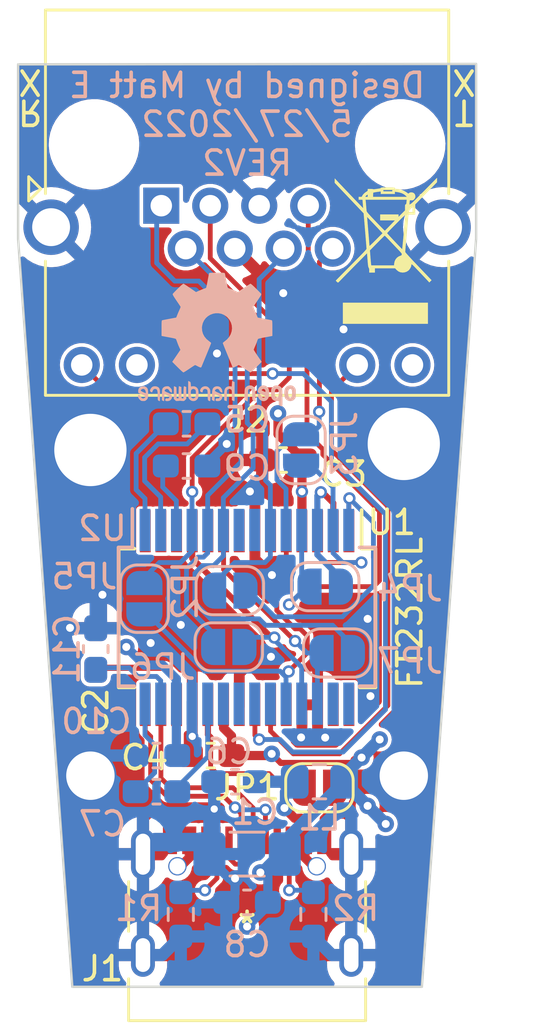
<source format=kicad_pcb>
(kicad_pcb (version 20211014) (generator pcbnew)
  (title_block (title "USB-C to RS232 RJ45 Adapter") (date "2022-05-27") (rev "2"))
  (layers (0 "F.Cu" signal) (1 "In1.Cu" signal) (2 "In2.Cu" signal) (31 "B.Cu" signal) (34 "B.Paste" user) (35 "F.Paste" user) (36 "B.SilkS" user "B.Silkscreen") (37 "F.SilkS" user "F.Silkscreen") (38 "B.Mask" user) (39 "F.Mask" user) (44 "Edge.Cuts" user))
  (net 0 "")
  (net 1 "+5V")
  (net 2 "GND")
  (net 3 "Net-(U1-Pad17)")
  (net 4 "Net-(U2-Pad1)")
  (net 5 "Net-(U2-Pad2)")
  (net 6 "VBUS")
  (net 7 "Net-(U2-Pad28)")
  (net 8 "Net-(U2-Pad24)")
  (net 9 "Net-(U2-Pad3)")
  (net 10 "Net-(U2-Pad27)")
  (net 11 "Net-(J1-PadA5)")
  (net 12 "USB_P")
  (net 13 "USB_N")
  (net 15 "Net-(J1-PadB5)")
  (net 17 "CTS_EXT")
  (net 18 "RXD_EXT")
  (net 19 "DTR_EXT")
  (net 20 "DCR_EXT")
  (net 21 "TXD_EXT")
  (net 22 "RTS_EXT")
  (net 23 "RXLED#")
  (net 24 "TXLED#")
  (net 25 "Net-(U1-Pad19)")
  (net 26 "TXD")
  (net 27 "RTS")
  (net 28 "DTR")
  (net 29 "RXD")
  (net 30 "CTS")
  (net 31 "DCR")
  (net 34 "SLEEP#")
  (net 36 "PWREN#")
  (footprint "Capacitor_SMD:C_0603_1608Metric_Pad1.08x0.95mm_HandSolder" (layer "F.Cu") (at 137.268119 109.572504 180)
    (fp_text reference "C3")
    (fp_text value "100nF")
  )
  (footprint "Capacitor_SMD:C_0603_1608Metric_Pad1.08x0.95mm_HandSolder" (layer "F.Cu") (at 134.268119 121.822504 180)
    (fp_text reference "C4")
    (fp_text value "100nF")
  )
  (footprint "Connector_RJ:RJ45_Amphenol_RJHSE538X" (layer "F.Cu") (at 132.218119 99.032872)
    (fp_text reference "J2")
    (fp_text value "RJ45_LED_Shielded")
  )
  (footprint "Package_SO:SSOP-28_5.3x10.2mm_P0.65mm" (layer "F.Cu") (at 135.778119 116.122504 -90)
    (fp_text reference "U1")
    (fp_text value "FT232RL")
  )
  (footprint "Symbol:WEEE-Logo_4.2x6mm_SilkScreen" (layer "F.Cu") (at 141.528119 100.907872)
    (fp_text reference "REF**" hide)
    (fp_text value "WEEE-Logo_4.2x6mm_SilkScreen" hide)
  )
  (footprint "Personal:USB4105-GF-A" (layer "F.Cu") (at 135.778119 128.822504)
    (fp_text reference "J1")
    (fp_text value "USB4105-GF-A" hide)
  )
  (footprint "Capacitor_SMD:C_0603_1608Metric_Pad1.08x0.95mm_HandSolder" (layer "F.Cu") (at 129.5 117.407872 -90)
    (fp_text reference "C2")
    (fp_text value "100nF")
  )
  (footprint "Jumper:SolderJumper-2_P1.3mm_Open_RoundedPad1.0x1.5mm" (layer "F.Cu") (at 138.778119 123.157872 180)
    (fp_text reference "JP1")
    (fp_text value "SolderJumper_2_Open")
  )
  (footprint "Jumper:SolderJumper-2_P1.3mm_Open_RoundedPad1.0x1.5mm" (layer "B.Cu") (at 139.518119 117.572504)
    (fp_text reference "JP7")
    (fp_text value "SolderJumper_2_Open")
  )
  (footprint "Resistor_SMD:R_0603_1608Metric_Pad0.98x0.95mm_HandSolder" (layer "B.Cu") (at 133.028119 128.407872 -90)
    (fp_text reference "R1")
    (fp_text value "4.7K")
  )
  (footprint "Capacitor_SMD:C_0603_1608Metric_Pad1.08x0.95mm_HandSolder" (layer "B.Cu") (at 133.268119 108.072504)
    (fp_text reference "C5")
    (fp_text value "100nF")
  )
  (footprint "Symbol:OSHW-Logo2_7.3x6mm_SilkScreen" (layer "B.Cu") (at 134.528118 104.574666 180)
    (fp_text reference "REF**" hide)
    (fp_text value "OSHW-Logo2_7.3x6mm_SilkScreen" hide)
  )
  (footprint "Capacitor_SMD:C_1206_3216Metric_Pad1.33x1.80mm_HandSolder" (layer "B.Cu") (at 135.778119 125.907872 180)
    (fp_text reference "C1")
    (fp_text value "4.7uF")
  )
  (footprint "Capacitor_SMD:C_0603_1608Metric_Pad1.08x0.95mm_HandSolder" (layer "B.Cu") (at 135.778119 127.907872 180)
    (fp_text reference "C8")
    (fp_text value "100nF")
  )
  (footprint "Capacitor_SMD:C_0603_1608Metric_Pad1.08x0.95mm_HandSolder" (layer "B.Cu") (at 133.268119 109.822504)
    (fp_text reference "C9")
    (fp_text value "100nF")
  )
  (footprint "Inductor_SMD:L_0805_2012Metric_Pad1.15x1.40mm_HandSolder" (layer "B.Cu") (at 138.778119 122.907872)
    (fp_text reference "L1")
    (fp_text value "L")
  )
  (footprint "Jumper:SolderJumper-2_P1.3mm_Open_RoundedPad1.0x1.5mm" (layer "B.Cu") (at 135.018119 117.322504 180)
    (fp_text reference "JP6")
    (fp_text value "SolderJumper_2_Open")
  )
  (footprint "Jumper:SolderJumper-2_P1.3mm_Open_RoundedPad1.0x1.5mm" (layer "B.Cu") (at 131.518119 115.322504 90)
    (fp_text reference "JP5")
    (fp_text value "SolderJumper_2_Open")
  )
  (footprint "Jumper:SolderJumper-2_P1.3mm_Open_RoundedPad1.0x1.5mm" (layer "B.Cu") (at 138.018119 109.157872 90)
    (fp_text reference "JP3")
    (fp_text value "SolderJumper_2_Open")
  )
  (footprint "Jumper:SolderJumper-2_P1.3mm_Open_RoundedPad1.0x1.5mm" (layer "B.Cu") (at 139.018119 114.822504 180)
    (fp_text reference "JP4")
    (fp_text value "SolderJumper_2_Open")
  )
  (footprint "Capacitor_SMD:C_0603_1608Metric_Pad1.08x0.95mm_HandSolder" (layer "B.Cu") (at 132.018119 121.822504 180)
    (fp_text reference "C10")
    (fp_text value "100nF")
  )
  (footprint "Capacitor_SMD:C_0603_1608Metric_Pad1.08x0.95mm_HandSolder" (layer "B.Cu") (at 132.018119 123.322504)
    (fp_text reference "C7")
    (fp_text value "100nF")
  )
  (footprint "Capacitor_SMD:C_0603_1608Metric_Pad1.08x0.95mm_HandSolder" (layer "B.Cu") (at 135.278119 122.907872 180)
    (fp_text reference "C6")
    (fp_text value "10nf")
  )
  (footprint "Package_SO:SSOP-28_5.3x10.2mm_P0.65mm" (layer "B.Cu") (at 135.768119 116.072504 -90)
    (fp_text reference "U2")
    (fp_text value "MAX3243CDBR")
  )
  (footprint "Resistor_SMD:R_0603_1608Metric_Pad0.98x0.95mm_HandSolder" (layer "B.Cu") (at 138.528119 128.407872 -90)
    (fp_text reference "R2")
    (fp_text value "4.7K")
  )
  (footprint "Capacitor_SMD:C_0603_1608Metric_Pad1.08x0.95mm_HandSolder" (layer "B.Cu") (at 129.5 117.407872 90)
    (fp_text reference "C11")
    (fp_text value "100nF")
  )
  (footprint "Jumper:SolderJumper-2_P1.3mm_Open_RoundedPad1.0x1.5mm" (layer "B.Cu") (at 135.061867 114.987136 180)
    (fp_text reference "JP2")
    (fp_text value "SolderJumper_2_Open")
  )
  (gr_poly (pts (xy 145.278119 100.407872) (xy 143.028119 131.407872) (xy 128.528119 131.407872) (xy 126.278119 100.407872) (xy 126.279405 93.175836) (xy 145.278119 93.157872)) (layer "Edge.Cuts") (width 0.1) (fill none))
  (gr_text "Designed by Matt E\n5/27/2022\nREV2" (at 135.778119 95.657872) (layer "B.SilkS") (effects (font (size 1 1)) (justify mirror)))
  (gr_text "X" (at 144.778119 93.907872 180) (layer "F.SilkS") (effects (font (size 1 1)) (justify mirror)))
  (gr_text "X" (at 126.778119 93.907872 180) (layer "F.SilkS") (effects (font (size 1 1)) (justify mirror)))
  (gr_text "FT232RL" (at 142.528119 115.907872 90) (layer "F.SilkS") (effects (font (size 1 1))))
  (gr_text "T" (at 144.778119 95.157872 180) (layer "F.SilkS") (effects (font (size 1 1)) (justify mirror)))
  (gr_text "R" (at 126.778119 95.157872 180) (layer "F.SilkS") (effects (font (size 1 1)) (justify mirror)))
  (segment (start 140.148214 122.128952) (end 137.175447 122.128952) (width 0.254) (layer "F.Cu") (net 1))
  (segment (start 137.175447 122.128952) (end 136.799167 121.752672) (width 0.254) (layer "F.Cu") (net 1))
  (segment (start 140.250886 122.02628) (end 140.148214 122.128952) (width 0.254) (layer "F.Cu") (net 1))
  (segment (start 140.528119 121.907872) (end 139.428119 123.007872) (width 0.2) (layer "F.Cu") (net 1))
  (segment (start 135.130619 121.010372) (end 135.130619 121.822504) (width 0.381) (layer "F.Cu") (net 1))
  (segment (start 138.053119 109.650004) (end 138.053119 110.882872) (width 0.381) (layer "F.Cu") (net 1))
  (segment (start 134.803119 120.682872) (end 135.130619 121.010372) (width 0.381) (layer "F.Cu") (net 1))
  (segment (start 138.053119 110.882872) (end 138.053119 112.522504) (width 0.381) (layer "F.Cu") (net 1))
  (segment (start 136.799167 121.752672) (end 136.729335 121.822504) (width 0.381) (layer "F.Cu") (net 1))
  (segment (start 134.803119 119.722504) (end 134.803119 120.682872) (width 0.381) (layer "F.Cu") (net 1))
  (segment (start 138.028119 110.907872) (end 138.053119 110.882872) (width 0.254) (layer "F.Cu") (net 1))
  (segment (start 138.130619 109.572504) (end 138.053119 109.650004) (width 0.381) (layer "F.Cu") (net 1))
  (segment (start 139.428119 123.007872) (end 139.428119 123.157872) (width 0.2) (layer "F.Cu") (net 1))
  (segment (start 140.409711 122.02628) (end 140.250886 122.02628) (width 0.381) (layer "F.Cu") (net 1))
  (segment (start 137.060125 107.641869) (end 137.060125 108.50201) (width 0.381) (layer "F.Cu") (net 1))
  (segment (start 137.060125 108.50201) (end 138.130619 109.572504) (width 0.381) (layer "F.Cu") (net 1))
  (segment (start 136.729335 121.822504) (end 135.130619 121.822504) (width 0.381) (layer "F.Cu") (net 1))
  (via (at 137.060125 107.641869) (size 0.6858) (drill 0.3302) (layers "F.Cu" "B.Cu") (net 1))
  (via (at 138.053119 110.882872) (size 0.508) (drill 0.29972) (layers "F.Cu" "B.Cu") (net 1))
  (via (at 136.799167 121.752672) (size 0.6858) (drill 0.3302) (layers "F.Cu" "B.Cu") (net 1))
  (via (at 135.778119 128.907872) (size 0.6858) (drill 0.3302) (layers "F.Cu" "B.Cu") (net 1))
  (via (at 130.768119 117.322504) (size 0.6858) (drill 0.3302) (layers "F.Cu" "B.Cu") (net 1))
  (via (at 141.528119 124.657872) (size 0.6858) (drill 0.3302) (layers "F.Cu" "B.Cu") (net 1))
  (via (at 140.528119 121.907872) (size 0.6858) (drill 0.3302) (layers "F.Cu" "B.Cu") (net 1))
  (via (at 136.328332 126.669504) (size 0.6858) (drill 0.3302) (layers "F.Cu" "B.Cu") (net 1))
  (via (at 140.778119 123.907872) (size 0.6858) (drill 0.3302) (layers "F.Cu" "B.Cu") (net 1))
  (via (at 141.278119 121.157872) (size 0.6858) (drill 0.3302) (layers "F.Cu" "B.Cu") (net 1))
  (segment (start 136.640619 127.907872) (end 136.640619 126.357217) (width 0.381) (layer "B.Cu") (net 1))
  (segment (start 130.768119 117.322504) (end 131.518119 118.072504) (width 0.381) (layer "B.Cu") (net 1))
  (segment (start 132.268119 118.072504) (end 132.843119 118.647504) (width 0.381) (layer "B.Cu") (net 1))
  (segment (start 139.803119 122.932872) (end 139.803119 122.907872) (width 0.508) (layer "B.Cu") (net 1))
  (segment (start 139.803119 122.632872) (end 139.803119 122.907872) (width 0.508) (layer "B.Cu") (net 1))
  (segment (start 141.528119 124.657872) (end 139.803119 122.932872) (width 0.508) (layer "B.Cu") (net 1))
  (segment (start 136.640619 126.357217) (end 137.089964 125.907872) (width 0.381) (layer "B.Cu") (net 1))
  (segment (start 137.340619 125.907872) (end 137.340619 125.370372) (width 0.381) (layer "B.Cu") (net 1))
  (segment (start 136.640619 127.907872) (end 136.640619 128.045372) (width 0.381) (layer "B.Cu") (net 1))
  (segment (start 141.278119 121.157872) (end 139.803119 122.632872) (width 0.508) (layer "B.Cu") (net 1))
  (segment (start 137.089964 125.907872) (end 136.328332 126.669504) (width 0.381) (layer "B.Cu") (net 1))
  (segment (start 132.843119 118.647504) (end 132.843119 119.672504) (width 0.381) (layer "B.Cu") (net 1))
  (segment (start 137.340619 125.907872) (end 137.089964 125.907872) (width 0.381) (layer "B.Cu") (net 1))
  (segment (start 132.843119 119.672504) (end 132.843119 121.785004) (width 0.381) (layer "B.Cu") (net 1))
  (segment (start 132.843119 121.785004) (end 132.880619 121.822504) (width 0.381) (layer "B.Cu") (net 1))
  (segment (start 136.640619 128.045372) (end 135.778119 128.907872) (width 0.381) (layer "B.Cu") (net 1))
  (segment (start 131.518119 118.072504) (end 132.268119 118.072504) (width 0.381) (layer "B.Cu") (net 1))
  (segment (start 137.340619 125.370372) (end 139.803119 122.907872) (width 0.508) (layer "B.Cu") (net 1))
  (segment (start 131.458117 124.477874) (end 131.458117 125.911704) (width 0.381) (layer "F.Cu") (net 2))
  (segment (start 131.778119 124.157872) (end 131.458117 124.477874) (width 0.381) (layer "F.Cu") (net 2))
  (segment (start 132.278119 124.157872) (end 131.778119 124.157872) (width 0.381) (layer "F.Cu") (net 2))
  (segment (start 139.870539 124.250292) (end 140.098121 124.477874) (width 0.381) (layer "F.Cu") (net 2))
  (segment (start 138.018119 121.072504) (end 138.053119 121.037504) (width 0.381) (layer "F.Cu") (net 2))
  (segment (start 139.185699 124.250292) (end 139.870539 124.250292) (width 0.381) (layer "F.Cu") (net 2))
  (segment (start 138.978119 125.336704) (end 138.978119 124.457872) (width 0.381) (layer "F.Cu") (net 2))
  (segment (start 133.504222 119.723607) (end 133.503119 119.722504) (width 0.254) (layer "F.Cu") (net 2))
  (segment (start 132.578119 124.457872) (end 132.278119 124.157872) (width 0.381) (layer "F.Cu") (net 2))
  (segment (start 133.028119 116.407872) (end 133.028119 116.657872) (width 0.381) (layer "F.Cu") (net 2))
  (segment (start 136.189999 117.729624) (end 135.453119 118.466504) (width 0.381) (layer "F.Cu") (net 2))
  (segment (start 133.504222 121.028906) (end 133.405619 121.127509) (width 0.381) (layer "F.Cu") (net 2))
  (segment (start 133.503119 119.722504) (end 133.503119 118.466504) (width 0.381) (layer "F.Cu") (net 2))
  (segment (start 136.768119 117.729624) (end 136.189999 117.729624) (width 0.381) (layer "F.Cu") (net 2))
  (segment (start 135.453119 118.466504) (end 135.453119 119.722504) (width 0.381) (layer "F.Cu") (net 2))
  (segment (start 136.405619 109.572504) (end 136.405619 110.366014) (width 0.381) (layer "F.Cu") (net 2))
  (segment (start 133.504222 121.028906) (end 133.504222 119.723607) (width 0.254) (layer "F.Cu") (net 2))
  (segment (start 140.098121 124.477874) (end 140.098121 125.911704) (width 0.381) (layer "F.Cu") (net 2))
  (segment (start 133.028119 117.991504) (end 133.028119 116.407872) (width 0.381) (layer "F.Cu") (net 2))
  (segment (start 136.103119 112.522504) (end 136.103119 113.636507) (width 0.381) (layer "F.Cu") (net 2))
  (segment (start 132.578119 125.336704) (end 132.578119 124.457872) (width 0.381) (layer "F.Cu") (net 2))
  (segment (start 139.016488 121.079549) (end 138.703119 120.76618) (width 0.381) (layer "F.Cu") (net 2))
  (segment (start 138.053119 121.037504) (end 138.053119 119.722504) (width 0.381) (layer "F.Cu") (net 2))
  (segment (start 129.778119 116.545372) (end 129.778119 115.157872) (width 0.381) (layer "F.Cu") (net 2))
  (segment (start 138.978119 124.457872) (end 139.185699 124.250292) (width 0.381) (layer "F.Cu") (net 2))
  (segment (start 133.503119 118.466504) (end 133.028119 117.991504) (width 0.381) (layer "F.Cu") (net 2))
  (segment (start 133.405619 121.127509) (end 133.405619 121.822504) (width 0.381) (layer "F.Cu") (net 2))
  (segment (start 138.703119 120.76618) (end 138.703119 119.722504) (width 0.381) (layer "F.Cu") (net 2))
  (segment (start 136.103119 113.636507) (end 136.808319 114.341707) (width 0.381) (layer "F.Cu") (net 2))
  (segment (start 136.405619 110.366014) (end 135.893696 110.877937) (width 0.381) (layer "F.Cu") (net 2))
  (via (at 135.278119 126.917304) (size 0.6858) (drill 0.3302) (layers "F.Cu" "B.Cu") (net 2))
  (via (at 129.278119 109.157872) (size 3.302) (drill 2.9972) (layers "F.Cu" "B.Cu") (net 2))
  (via (at 139.016488 121.079549) (size 0.6858) (drill 0.3302) (layers "F.Cu" "B.Cu") (net 2))
  (via (at 136.808319 114.341707) (size 0.6858) (drill 0.3302) (layers "F.Cu" "B.Cu") (net 2))
  (via (at 142.278119 108.907872) (size 3.302) (drill 2.9972) (layers "F.Cu" "B.Cu") (net 2))
  (via (at 138.018119 121.072504) (size 0.6858) (drill 0.3302) (layers "F.Cu" "B.Cu") (net 2))
  (via (at 142.278119 122.657872) (size 2.159) (drill 2.0066) (layers "F.Cu" "B.Cu") (net 2))
  (via (at 136.768119 117.729624) (size 0.6858) (drill 0.3302) (layers "F.Cu" "B.Cu") (net 2))
  (via (at 129.278119 122.657872) (size 2.159) (drill 2.0066) (layers "F.Cu" "B.Cu") (net 2))
  (via (at 134.528119 105.157872) (size 0.6858) (drill 0.3302) (layers "F.Cu" "B.Cu") (net 2))
  (via (at 128.432165 116.530071) (size 0.6858) (drill 0.3302) (layers "F.Cu" "B.Cu") (net 2))
  (via (at 133.504222 121.028906) (size 0.508) (drill 0.29972) (layers "F.Cu" "B.Cu") (net 2))
  (via (at 133.028119 116.407872) (size 0.6858) (drill 0.3302) (layers "F.Cu" "B.Cu") (net 2))
  (via (at 134.933319 108.907872) (size 0.6858) (drill 0.3302) (layers "F.Cu" "B.Cu") (net 2))
  (via (at 129.778119 115.157872) (size 0.6858) (drill 0.3302) (layers "F.Cu" "B.Cu") (net 2))
  (via (at 131.778119 117.157872) (size 0.6858) (drill 0.3302) (layers "F.Cu" "B.Cu") (net 2))
  (via (at 135.893696 110.877937) (size 0.6858) (drill 0.3302) (layers "F.Cu" "B.Cu") (net 2))
  (via (at 134.41483 124.039334) (size 0.508) (drill 0.29972) (layers "F.Cu" "B.Cu") (net 2))
  (via (at 139.778119 104.157872) (size 0.6858) (drill 0.3302) (layers "F.Cu" "B.Cu") (net 2))
  (via (at 140.778119 116.157872) (size 0.6858) (drill 0.3302) (layers "F.Cu" "B.Cu") (net 2))
  (via (at 137.278119 102.657872) (size 0.6858) (drill 0.3302) (layers "F.Cu" "B.Cu") (net 2))
  (via (at 140.895697 119.360461) (size 0.6858) (drill 0.3302) (layers "F.Cu" "B.Cu") (net 2))
  (segment (start 129.778119 115.157872) (end 129.778119 116.545372) (width 0.381) (layer "B.Cu") (net 2))
  (segment (start 134.130619 109.822504) (end 134.130619 109.710572) (width 0.381) (layer "B.Cu") (net 2))
  (segment (start 131.458117 125.911704) (end 131.748339 125.621482) (width 0.381) (layer "B.Cu") (net 2))
  (segment (start 134.415619 124.038545) (end 134.41483 124.039334) (width 0.508) (layer "B.Cu") (net 2))
  (segment (start 133.504222 121.028906) (end 133.504222 119.683607) (width 0.254) (layer "B.Cu") (net 2))
  (segment (start 133.493119 118.42318) (end 133.493119 119.672504) (width 0.381) (layer "B.Cu") (net 2))
  (segment (start 134.415619 124.040123) (end 134.415619 125.707872) (width 0.508) (layer "B.Cu") (net 2))
  (segment (start 135.278119 126.917304) (end 135.278119 127.545372) (width 0.381) (layer "B.Cu") (net 2))
  (segment (start 133.929229 125.621482) (end 134.215619 125.907872) (width 0.381) (layer "B.Cu") (net 2))
  (segment (start 132.256787 130.091704) (end 131.458117 130.091704) (width 0.508) (layer "B.Cu") (net 2))
  (segment (start 131.748339 125.621482) (end 131.961949 125.407872) (width 0.508) (layer "B.Cu") (net 2))
  (segment (start 133.028119 129.320372) (end 132.256787 130.091704) (width 0.508) (layer "B.Cu") (net 2))
  (segment (start 133.504222 119.683607) (end 133.493119 119.672504) (width 0.254) (layer "B.Cu") (net 2))
  (segment (start 131.961949 125.407872) (end 133.715619 125.407872) (width 0.762) (layer "B.Cu") (net 2))
  (segment (start 132.227811 117.157872) (end 133.493119 118.42318) (width 0.381) (layer "B.Cu") (net 2))
  (segment (start 134.215619 126.095372) (end 134.215619 125.907872) (width 0.254) (layer "B.Cu") (net 2))
  (segment (start 133.715619 125.407872) (end 133.929229 125.621482) (width 0.508) (layer "B.Cu") (net 2))
  (segment (start 138.528119 129.320372) (end 139.299451 130.091704) (width 0.508) (layer "B.Cu") (net 2))
  (segment (start 139.299451 130.091704) (end 140.098121 130.091704) (width 0.508) (layer "B.Cu") (net 2))
  (segment (start 135.037551 126.917304) (end 134.215619 126.095372) (width 0.381) (layer "B.Cu") (net 2))
  (segment (start 135.278119 127.545372) (end 134.915619 127.907872) (width 0.381) (layer "B.Cu") (net 2))
  (segment (start 134.415619 125.707872) (end 134.215619 125.907872) (width 0.254) (layer "B.Cu") (net 2))
  (segment (start 135.278119 126.917304) (end 135.037551 126.917304) (width 0.381) (layer "B.Cu") (net 2))
  (segment (start 134.415619 122.907872) (end 134.415619 124.038545) (width 0.508) (layer "B.Cu") (net 2))
  (segment (start 134.130619 109.710572) (end 134.933319 108.907872) (width 0.381) (layer "B.Cu") (net 2))
  (segment (start 134.41483 124.039334) (end 134.415619 124.040123) (width 0.508) (layer "B.Cu") (net 2))
  (segment (start 131.778119 117.157872) (end 132.227811 117.157872) (width 0.381) (layer "B.Cu") (net 2))
  (segment (start 132.380619 118.185004) (end 132.853119 118.657504) (width 0.254) (layer "F.Cu") (net 3))
  (segment (start 129.863487 118.185004) (end 129.778119 118.270372) (width 0.254) (layer "F.Cu") (net 3))
  (segment (start 132.853119 118.657504) (end 132.853119 119.722504) (width 0.254) (layer "F.Cu") (net 3))
  (segment (start 132.380619 118.185004) (end 129.863487 118.185004) (width 0.254) (layer "F.Cu") (net 3))
  (segment (start 131.543119 112.472504) (end 131.543119 111.172872) (width 0.2) (layer "B.Cu") (net 4))
  (segment (start 131.176199 109.301924) (end 132.405619 108.072504) (width 0.2) (layer "B.Cu") (net 4))
  (segment (start 131.176199 110.805952) (end 131.176199 109.301924) (width 0.2) (layer "B.Cu") (net 4))
  (segment (start 131.543119 111.172872) (end 131.176199 110.805952) (width 0.2) (layer "B.Cu") (net 4))
  (segment (start 131.528119 109.47036) (end 132.090607 108.907872) (width 0.2) (layer "B.Cu") (net 5))
  (segment (start 133.295251 108.907872) (end 134.130619 108.072504) (width 0.2) (layer "B.Cu") (net 5))
  (segment (start 132.193119 111.110004) (end 131.528119 110.445004) (width 0.2) (layer "B.Cu") (net 5))
  (segment (start 132.090607 108.907872) (end 133.295251 108.907872) (width 0.2) (layer "B.Cu") (net 5))
  (segment (start 132.193119 112.472504) (end 132.193119 111.110004) (width 0.2) (layer "B.Cu") (net 5))
  (segment (start 131.528119 110.445004) (end 131.528119 109.47036) (width 0.2) (layer "B.Cu") (net 5))
  (segment (start 138.53195 126.411703) (end 138.668118 126.411703) (width 0.381) (layer "F.Cu") (net 6))
  (segment (start 138.17812 126.057873) (end 138.53195 126.411703) (width 0.381) (layer "F.Cu") (net 6))
  (segment (start 137.327672 123.998564) (end 137.751901 124.422793) (width 0.381) (layer "F.Cu") (net 6))
  (segment (start 138.17812 125.336704) (end 138.17812 126.057873) (width 0.381) (layer "F.Cu") (net 6))
  (segment (start 138.022929 124.422793) (end 138.17812 124.577984) (width 0.381) (layer "F.Cu") (net 6))
  (segment (start 138.17812 124.577984) (end 138.17812 125.336704) (width 0.381) (layer "F.Cu") (net 6))
  (segment (start 133.378118 125.336704) (end 133.378118 126.057873) (width 0.381) (layer "F.Cu") (net 6))
  (segment (start 137.751901 124.422793) (end 138.022929 124.422793) (width 0.381) (layer "F.Cu") (net 6))
  (segment (start 133.024288 126.411703) (end 132.88812 126.411703) (width 0.381) (layer "F.Cu") (net 6))
  (segment (start 133.378118 126.057873) (end 133.024288 126.411703) (width 0.381) (layer "F.Cu") (net 6))
  (via (at 137.327672 123.998564) (size 0.6858) (drill 0.3302) (layers "F.Cu" "B.Cu") (net 6))
  (segment (start 136.140619 122.907872) (end 137.753119 122.907872) (width 0.508) (layer "B.Cu") (net 6))
  (segment (start 137.327672 123.998564) (end 137.327672 123.333319) (width 0.381) (layer "B.Cu") (net 6))
  (segment (start 137.327672 123.333319) (end 137.753119 122.907872) (width 0.381) (layer "B.Cu") (net 6))
  (segment (start 131.945039 122.533084) (end 131.945039 121.38228) (width 0.2) (layer "B.Cu") (net 7))
  (segment (start 131.155619 123.322504) (end 131.945039 122.533084) (width 0.2) (layer "B.Cu") (net 7))
  (segment (start 131.945039 121.38228) (end 131.543119 120.98036) (width 0.2) (layer "B.Cu") (net 7))
  (segment (start 131.543119 120.98036) (end 131.543119 119.672504) (width 0.2) (layer "B.Cu") (net 7))
  (segment (start 132.880619 123.133496) (end 132.880619 123.322504) (width 0.2) (layer "B.Cu") (net 8))
  (segment (start 134.143119 121.870996) (end 132.880619 123.133496) (width 0.2) (layer "B.Cu") (net 8))
  (segment (start 134.143119 119.672504) (end 134.143119 121.870996) (width 0.2) (layer "B.Cu") (net 8))
  (segment (start 132.278119 110.697314) (end 132.843119 111.262314) (width 0.2) (layer "B.Cu") (net 9))
  (segment (start 132.405619 109.822504) (end 132.278119 109.950004) (width 0.2) (layer "B.Cu") (net 9))
  (segment (start 132.278119 109.950004) (end 132.278119 110.697314) (width 0.2) (layer "B.Cu") (net 9))
  (segment (start 132.843119 111.262314) (end 132.843119 112.472504) (width 0.2) (layer "B.Cu") (net 9))
  (segment (start 132.193119 118.718682) (end 132.02003 118.545593) (width 0.2) (layer "B.Cu") (net 10))
  (segment (start 129.863487 118.185004) (end 129.778119 118.270372) (width 0.2) (layer "B.Cu") (net 10))
  (segment (start 132.02003 118.545593) (end 131.241208 118.545593) (width 0.2) (layer "B.Cu") (net 10))
  (segment (start 132.193119 119.672504) (end 132.193119 118.718682) (width 0.2) (layer "B.Cu") (net 10))
  (segment (start 130.880619 118.185004) (end 129.863487 118.185004) (width 0.2) (layer "B.Cu") (net 10))
  (segment (start 131.241208 118.545593) (end 130.880619 118.185004) (width 0.2) (layer "B.Cu") (net 10))
  (segment (start 134.028119 127.407872) (end 134.528119 126.907872) (width 0.2) (layer "F.Cu") (net 11))
  (segment (start 134.528119 126.907872) (end 134.528119 125.336704) (width 0.2) (layer "F.Cu") (net 11))
  (via (at 134.028119 127.407872) (size 0.508) (drill 0.29972) (layers "F.Cu" "B.Cu") (net 11))
  (segment (start 133.115619 127.407872) (end 133.028119 127.495372) (width 0.2) (layer "B.Cu") (net 11))
  (segment (start 134.028119 127.407872) (end 133.115619 127.407872) (width 0.2) (layer "B.Cu") (net 11))
  (segment (start 136.538451 125.326373) (end 136.52812 125.336704) (width 0.2) (layer "F.Cu") (net 12))
  (segment (start 131.778119 122.832504) (end 131.778119 121.032872) (width 0.2) (layer "F.Cu") (net 12))
  (segment (start 131.553119 120.807872) (end 131.553119 119.722504) (width 0.2) (layer "F.Cu") (net 12))
  (segment (start 135.528119 124.226484) (end 135.528119 125.336704) (width 0.2) (layer "F.Cu") (net 12))
  (segment (start 131.778119 121.032872) (end 131.553119 120.807872) (width 0.2) (layer "F.Cu") (net 12))
  (segment (start 135.278119 123.976484) (end 134.811427 123.509792) (width 0.2) (layer "F.Cu") (net 12))
  (segment (start 134.811427 123.509792) (end 132.455407 123.509792) (width 0.2) (layer "F.Cu") (net 12))
  (segment (start 135.278119 123.976484) (end 135.528119 124.226484) (width 0.2) (layer "F.Cu") (net 12))
  (segment (start 132.455407 123.509792) (end 131.778119 122.832504) (width 0.2) (layer "F.Cu") (net 12))
  (segment (start 136.538451 124.071031) (end 136.538451 125.326373) (width 0.2) (layer "F.Cu") (net 12))
  (via (at 135.278119 123.976484) (size 0.508) (drill 0.29972) (layers "F.Cu" "B.Cu") (net 12))
  (via (at 136.538451 124.071031) (size 0.508) (drill 0.29972) (layers "F.Cu" "B.Cu") (net 12))
  (segment (start 135.278119 123.976484) (end 135.372666 124.071031) (width 0.2) (layer "B.Cu") (net 12))
  (segment (start 135.372666 124.071031) (end 136.538451 124.071031) (width 0.2) (layer "B.Cu") (net 12))
  (segment (start 132.203119 119.722504) (end 132.203119 122.757504) (width 0.2) (layer "F.Cu") (net 13))
  (segment (start 135.813819 126.322504) (end 135.286197 126.322504) (width 0.2) (layer "F.Cu") (net 13))
  (segment (start 135.286197 126.322504) (end 135.028118 126.064425) (width 0.2) (layer "F.Cu") (net 13))
  (segment (start 136.028119 126.108204) (end 135.813819 126.322504) (width 0.2) (layer "F.Cu") (net 13))
  (segment (start 136.028119 125.336704) (end 136.028119 126.108204) (width 0.2) (layer "F.Cu") (net 13))
  (segment (start 132.203119 122.757504) (end 132.603487 123.157872) (width 0.2) (layer "F.Cu") (net 13))
  (segment (start 136.028119 123.995188) (end 136.028119 125.336704) (width 0.2) (layer "F.Cu") (net 13))
  (segment (start 135.028118 126.064425) (end 135.028118 125.336704) (width 0.2) (layer "F.Cu") (net 13))
  (segment (start 135.190803 123.157872) (end 136.028119 123.995188) (width 0.2) (layer "F.Cu") (net 13))
  (segment (start 132.603487 123.157872) (end 135.190803 123.157872) (width 0.2) (layer "F.Cu") (net 13))
  (segment (start 137.52635 127.404131) (end 137.52635 125.338472) (width 0.2) (layer "F.Cu") (net 15))
  (segment (start 137.52635 125.338472) (end 137.528118 125.336704) (width 0.2) (layer "F.Cu") (net 15))
  (via (at 137.52635 127.404131) (size 0.508) (drill 0.29972) (layers "F.Cu" "B.Cu") (net 15))
  (segment (start 138.436878 127.404131) (end 138.528119 127.495372) (width 0.2) (layer "B.Cu") (net 15))
  (segment (start 137.52635 127.404131) (end 138.436878 127.404131) (width 0.2) (layer "B.Cu") (net 15))
  (segment (start 134.368119 116.747872) (end 134.130039 116.509792) (width 0.2) (layer "B.Cu") (net 17))
  (segment (start 134.143119 113.426326) (end 134.143119 112.472504) (width 0.2) (layer "B.Cu") (net 17))
  (segment (start 133.741208 113.599415) (end 133.97003 113.599415) (width 0.2) (layer "B.Cu") (net 17))
  (segment (start 132.028119 101.407872) (end 132.778119 102.157872) (width 0.2) (layer "B.Cu") (net 17))
  (segment (start 135.528119 109.654648) (end 134.143119 111.039648) (width 0.2) (layer "B.Cu") (net 17))
  (segment (start 133.264288 115.650611) (end 133.264288 114.076335) (width 0.2) (layer "B.Cu") (net 17))
  (segment (start 134.130039 116.509792) (end 134.123469 116.509792) (width 0.2) (layer "B.Cu") (net 17))
  (segment (start 135.278119 108.157872) (end 135.528119 108.407872) (width 0.2) (layer "B.Cu") (net 17))
  (segment (start 135.528119 108.407872) (end 135.528119 109.654648) (width 0.2) (layer "B.Cu") (net 17))
  (segment (start 132.028119 99.222872) (end 132.028119 101.407872) (width 0.2) (layer "B.Cu") (net 17))
  (segment (start 133.778119 102.157872) (end 135.278119 103.657872) (width 0.2) (layer "B.Cu") (net 17))
  (segment (start 134.368119 117.322504) (end 134.368119 116.747872) (width 0.2) (layer "B.Cu") (net 17))
  (segment (start 133.97003 113.599415) (end 134.143119 113.426326) (width 0.2) (layer "B.Cu") (net 17))
  (segment (start 132.778119 102.157872) (end 133.778119 102.157872) (width 0.2) (layer "B.Cu") (net 17))
  (segment (start 134.143119 111.039648) (end 134.143119 112.472504) (width 0.2) (layer "B.Cu") (net 17))
  (segment (start 134.123469 116.509792) (end 133.264288 115.650611) (width 0.2) (layer "B.Cu") (net 17))
  (segment (start 132.218119 99.032872) (end 132.028119 99.222872) (width 0.2) (layer "B.Cu") (net 17))
  (segment (start 133.264288 114.076335) (end 133.741208 113.599415) (width 0.2) (layer "B.Cu") (net 17))
  (segment (start 135.278119 103.657872) (end 135.278119 108.157872) (width 0.2) (layer "B.Cu") (net 17))
  (segment (start 137.528119 106.157872) (end 137.528119 104.491789) (width 0.2) (layer "F.Cu") (net 18))
  (segment (start 136.336217 106.663783) (end 137.022208 106.663783) (width 0.2) (layer "F.Cu") (net 18))
  (segment (start 137.022208 106.663783) (end 137.528119 106.157872) (width 0.2) (layer "F.Cu") (net 18))
  (segment (start 137.528119 104.491789) (end 134.250119 101.213789) (width 0.2) (layer "F.Cu") (net 18))
  (segment (start 133.5 110.895071) (end 133.5 109.5) (width 0.2) (layer "F.Cu") (net 18))
  (segment (start 134.250119 101.213789) (end 134.250119 99.032872) (width 0.2) (layer "F.Cu") (net 18))
  (segment (start 133.5 109.5) (end 136.336217 106.663783) (width 0.2) (layer "F.Cu") (net 18))
  (via (at 133.5 110.895071) (size 0.508) (drill 0.29972) (layers "F.Cu" "B.Cu") (net 18))
  (segment (start 133.493119 112.472504) (end 133.493119 110.901952) (width 0.2) (layer "B.Cu") (net 18))
  (segment (start 133.493119 110.901952) (end 133.5 110.895071) (width 0.2) (layer "B.Cu") (net 18))
  (segment (start 133.018119 113.822504) (end 133.493119 113.347504) (width 0.2) (layer "B.Cu") (net 18))
  (segment (start 131.518119 114.672504) (end 131.518119 114.447504) (width 0.2) (layer "B.Cu") (net 18))
  (segment (start 132.143119 113.822504) (end 133.018119 113.822504) (width 0.2) (layer "B.Cu") (net 18))
  (segment (start 133.493119 113.347504) (end 133.493119 112.472504) (width 0.2) (layer "B.Cu") (net 18))
  (segment (start 131.518119 114.447504) (end 132.143119 113.822504) (width 0.2) (layer "B.Cu") (net 18))
  (segment (start 137.518119 115.566604) (end 138.262219 114.822504) (width 0.2) (layer "F.Cu") (net 19))
  (segment (start 138.920039 109.13228) (end 138.262208 108.474449) (width 0.2) (layer "F.Cu") (net 19))
  (segment (start 141.268119 111.693842) (end 138.920039 109.345762) (width 0.2) (layer "F.Cu") (net 19))
  (segment (start 138.920039 109.345762) (end 138.920039 109.13228) (width 0.2) (layer "F.Cu") (net 19))
  (segment (start 141.018119 114.822504) (end 141.268119 114.572504) (width 0.2) (layer "F.Cu") (net 19))
  (segment (start 141.268119 114.572504) (end 141.268119 111.693842) (width 0.2) (layer "F.Cu") (net 19))
  (segment (start 138.314119 101.407872) (end 138.314119 99.032872) (width 0.2) (layer "F.Cu") (net 19))
  (segment (start 138.262208 101.459783) (end 138.314119 101.407872) (width 0.2) (layer "F.Cu") (net 19))
  (segment (start 138.262208 108.474449) (end 138.262208 101.459783) (width 0.2) (layer "F.Cu") (net 19))
  (segment (start 138.262219 114.822504) (end 141.018119 114.822504) (width 0.2) (layer "F.Cu") (net 19))
  (via (at 137.518119 115.566604) (size 0.508) (drill 0.29972) (layers "F.Cu" "B.Cu") (net 19))
  (segment (start 137.518119 115.566604) (end 138.260389 114.824334) (width 0.2) (layer "B.Cu") (net 19))
  (segment (start 138.368119 114.824334) (end 138.043119 114.499334) (width 0.2) (layer "B.Cu") (net 19))
  (segment (start 138.043119 114.499334) (end 138.043119 112.472504) (width 0.2) (layer "B.Cu") (net 19))
  (segment (start 138.260389 114.824334) (end 138.368119 114.824334) (width 0.2) (layer "B.Cu") (net 19))
  (segment (start 134.389288 113.951335) (end 134.793119 113.547504) (width 0.2) (layer "B.Cu") (net 20))
  (segment (start 133.925924 113.951335) (end 134.389288 113.951335) (width 0.2) (layer "B.Cu") (net 20))
  (segment (start 133.616208 114.261051) (end 133.925924 113.951335) (width 0.2) (layer "B.Cu") (net 20))
  (segment (start 136.278119 116.157872) (end 134.269239 116.157872) (width 0.2) (layer "B.Cu") (net 20))
  (segment (start 136.544671 116.424424) (end 136.278119 116.157872) (width 0.2) (layer "B.Cu") (net 20))
  (segment (start 134.793119 111.137338) (end 136.028119 109.902338) (width 0.2) (layer "B.Cu") (net 20))
  (segment (start 140.168119 117.266236) (end 139.326307 116.424424) (width 0.2) (layer "B.Cu") (net 20))
  (segment (start 134.793119 113.547504) (end 134.793119 112.472504) (width 0.2) (layer "B.Cu") (net 20))
  (segment (start 135.78403 103.663783) (end 135.778119 103.657872) (width 0.2) (layer "B.Cu") (net 20))
  (segment (start 135.78403 108.038783) (end 135.78403 103.663783) (width 0.2) (layer "B.Cu") (net 20))
  (segment (start 135.778119 103.657872) (end 135.778119 103.356872) (width 0.2) (layer "B.Cu") (net 20))
  (segment (start 134.269239 116.157872) (end 133.616208 115.504841) (width 0.2) (layer "B.Cu") (net 20))
  (segment (start 136.028119 109.902338) (end 136.028119 108.282872) (width 0.2) (layer "B.Cu") (net 20))
  (segment (start 140.168119 117.572504) (end 140.168119 117.266236) (width 0.2) (layer "B.Cu") (net 20))
  (segment (start 133.616208 115.504841) (end 133.616208 114.261051) (width 0.2) (layer "B.Cu") (net 20))
  (segment (start 136.028119 108.282872) (end 135.78403 108.038783) (width 0.2) (layer "B.Cu") (net 20))
  (segment (start 139.326307 116.424424) (end 136.544671 116.424424) (width 0.2) (layer "B.Cu") (net 20))
  (segment (start 134.793119 112.472504) (end 134.793119 111.137338) (width 0.2) (layer "B.Cu") (net 20))
  (segment (start 135.778119 103.356872) (end 133.234119 100.812872) (width 0.2) (layer "B.Cu") (net 20))
  (segment (start 136.518119 113.822504) (end 136.743119 113.597504) (width 0.2) (layer "B.Cu") (net 21))
  (segment (start 134.411867 114.678756) (end 135.268119 113.822504) (width 0.2) (layer "B.Cu") (net 21))
  (segment (start 136.743119 110.620562) (end 136.743119 112.472504) (width 0.2) (layer "B.Cu") (net 21))
  (segment (start 136.543689 108.173442) (end 136.543689 110.421132) (width 0.2) (layer "B.Cu") (net 21))
  (segment (start 136.278119 107.907872) (end 136.543689 108.173442) (width 0.2) (layer "B.Cu") (net 21))
  (segment (start 136.543689 110.421132) (end 136.743119 110.620562) (width 0.2) (layer "B.Cu") (net 21))
  (segment (start 137.298119 101.062872) (end 136.278119 102.082872) (width 0.2) (layer "B.Cu") (net 21))
  (segment (start 136.278119 102.082872) (end 136.278119 107.907872) (width 0.2) (layer "B.Cu") (net 21))
  (segment (start 134.411867 114.987136) (end 134.411867 114.678756) (width 0.2) (layer "B.Cu") (net 21))
  (segment (start 136.743119 113.597504) (end 136.743119 112.472504) (width 0.2) (layer "B.Cu") (net 21))
  (segment (start 135.268119 113.822504) (end 136.518119 113.822504) (width 0.2) (layer "B.Cu") (net 21))
  (segment (start 138.778119 101.364872) (end 138.778119 107.562504) (width 0.2) (layer "F.Cu") (net 22))
  (segment (start 138.778119 107.562504) (end 138.768119 107.572504) (width 0.2) (layer "F.Cu") (net 22))
  (segment (start 139.330119 100.812872) (end 138.778119 101.364872) (width 0.2) (layer "F.Cu") (net 22))
  (via (at 138.768119 107.572504) (size 0.508) (drill 0.29972) (layers "F.Cu" "B.Cu") (net 22))
  (segment (start 137.711851 108.507872) (end 138.018119 108.507872) (width 0.2) (layer "B.Cu") (net 22))
  (segment (start 138.768119 108.172504) (end 138.768119 107.572504) (width 0.2) (layer "B.Cu") (net 22))
  (segment (start 137.393119 110.772872) (end 137.016199 110.395952) (width 0.2) (layer "B.Cu") (net 22))
  (segment (start 137.393119 112.472504) (end 137.393119 110.772872) (width 0.2) (layer "B.Cu") (net 22))
  (segment (start 137.016199 110.395952) (end 137.016199 109.203524) (width 0.2) (layer "B.Cu") (net 22))
  (segment (start 138.620039 108.320584) (end 138.768119 108.172504) (width 0.2) (layer "B.Cu") (net 22))
  (segment (start 137.016199 109.203524) (end 137.711851 108.507872) (width 0.2) (layer "B.Cu") (net 22))
  (segment (start 138.270039 108.320584) (end 138.620039 108.320584) (width 0.2) (layer "B.Cu") (net 22))
  (segment (start 136.836106 105.991844) (end 132.944147 105.991844) (width 0.2) (layer "F.Cu") (net 23))
  (segment (start 132.944147 105.991844) (end 132.028119 106.907872) (width 0.2) (layer "F.Cu") (net 23))
  (segment (start 136.103119 120.982872) (end 136.103119 119.722504) (width 0.2) (layer "F.Cu") (net 23))
  (segment (start 136.278119 121.157872) (end 136.103119 120.982872) (width 0.2) (layer "F.Cu") (net 23))
  (segment (start 130.193119 106.907872) (end 128.918119 105.632872) (width 0.2) (layer "F.Cu") (net 23))
  (segment (start 132.028119 106.907872) (end 130.193119 106.907872) (width 0.2) (layer "F.Cu") (net 23))
  (via (at 136.278119 121.157872) (size 0.508) (drill 0.29972) (layers "F.Cu" "B.Cu") (net 23))
  (via (at 136.836106 105.991844) (size 0.508) (drill 0.29972) (layers "F.Cu" "B.Cu") (net 23))
  (segment (start 139.278119 108.407872) (end 139.27403 108.403783) (width 0.2) (layer "B.Cu") (net 23))
  (segment (start 138.112091 105.991844) (end 136.836106 105.991844) (width 0.2) (layer "B.Cu") (net 23))
  (segment (start 137.145207 121.157872) (end 137.661695 121.67436) (width 0.2) (layer "B.Cu") (net 23))
  (segment (start 137.661695 121.67436) (end 139.761631 121.67436) (width 0.2) (layer "B.Cu") (net 23))
  (segment (start 139.27403 107.153783) (end 138.112091 105.991844) (width 0.2) (layer "B.Cu") (net 23))
  (segment (start 136.278119 121.157872) (end 137.145207 121.157872) (width 0.2) (layer "B.Cu") (net 23))
  (segment (start 139.27403 108.403783) (end 139.27403 107.153783) (width 0.2) (layer "B.Cu") (net 23))
  (segment (start 139.761631 121.67436) (end 141.518119 119.917872) (width 0.2) (layer "B.Cu") (net 23))
  (segment (start 141.518119 111.822504) (end 139.278119 109.582504) (width 0.2) (layer "B.Cu") (net 23))
  (segment (start 139.278119 109.582504) (end 139.278119 108.407872) (width 0.2) (layer "B.Cu") (net 23))
  (segment (start 141.518119 119.917872) (end 141.518119 111.822504) (width 0.2) (layer "B.Cu") (net 23))
  (segment (start 136.753119 119.722504) (end 136.753119 120.807504) (width 0.2) (layer "F.Cu") (net 24))
  (segment (start 139.278119 109.157872) (end 139.278119 106.702872) (width 0.2) (layer "F.Cu") (net 24))
  (segment (start 139.278119 106.702872) (end 140.348119 105.632872) (width 0.2) (layer "F.Cu") (net 24))
  (segment (start 141.620039 119.74324) (end 141.620039 111.499792) (width 0.2) (layer "F.Cu") (net 24))
  (segment (start 139.613279 121.75) (end 141.620039 119.74324) (width 0.2) (layer "F.Cu") (net 24))
  (segment (start 137.695615 121.75) (end 139.613279 121.75) (width 0.2) (layer "F.Cu") (net 24))
  (segment (start 136.753119 120.807504) (end 137.695615 121.75) (width 0.2) (layer "F.Cu") (net 24))
  (segment (start 141.620039 111.499792) (end 139.278119 109.157872) (width 0.2) (layer "F.Cu") (net 24))
  (segment (start 136.692751 122.572504) (end 137.278119 123.157872) (width 0.2) (layer "F.Cu") (net 25))
  (segment (start 134.268119 122.322504) (end 134.518119 122.572504) (width 0.2) (layer "F.Cu") (net 25))
  (segment (start 134.268119 121.075016) (end 134.268119 122.322504) (width 0.2) (layer "F.Cu") (net 25))
  (segment (start 134.153119 120.960016) (end 134.268119 121.075016) (width 0.254) (layer "F.Cu") (net 25))
  (segment (start 134.153119 119.722504) (end 134.153119 120.960016) (width 0.254) (layer "F.Cu") (net 25))
  (segment (start 134.518119 122.572504) (end 136.692751 122.572504) (width 0.2) (layer "F.Cu") (net 25))
  (segment (start 137.278119 123.157872) (end 138.128119 123.157872) (width 0.2) (layer "F.Cu") (net 25))
  (segment (start 140.003119 111.182872) (end 140.003119 112.522504) (width 0.2) (layer "F.Cu") (net 26))
  (segment (start 140.022408 111.163583) (end 140.003119 111.182872) (width 0.2) (layer "F.Cu") (net 26))
  (via (at 140.022408 111.163583) (size 0.508) (drill 0.29972) (layers "F.Cu" "B.Cu") (net 26))
  (segment (start 140.022408 111.163583) (end 141.018119 112.159294) (width 0.2) (layer "B.Cu") (net 26))
  (segment (start 141.02403 113.612948) (end 141.02403 114.78206) (width 0.2) (layer "B.Cu") (net 26))
  (segment (start 141.018119 113.607037) (end 141.02403 113.612948) (width 0.2) (layer "B.Cu") (net 26))
  (segment (start 140.022408 111.163583) (end 139.993119 111.192872) (width 0.2) (layer "B.Cu") (net 26))
  (segment (start 136.918119 116.072504) (end 135.668119 114.822504) (width 0.2) (layer "B.Cu") (net 26))
  (segment (start 139.733586 116.072504) (end 136.918119 116.072504) (width 0.2) (layer "B.Cu") (net 26))
  (segment (start 141.018119 112.159294) (end 141.018119 113.607037) (width 0.2) (layer "B.Cu") (net 26))
  (segment (start 139.993119 111.192872) (end 139.993119 112.472504) (width 0.2) (layer "B.Cu") (net 26))
  (segment (start 141.02403 114.78206) (end 139.733586 116.072504) (width 0.2) (layer "B.Cu") (net 26))
  (segment (start 138.703119 113.507504) (end 138.703119 112.522504) (width 0.2) (layer "F.Cu") (net 27))
  (segment (start 140.518119 113.822504) (end 139.018119 113.822504) (width 0.2) (layer "F.Cu") (net 27))
  (segment (start 139.018119 113.822504) (end 138.703119 113.507504) (width 0.2) (layer "F.Cu") (net 27))
  (via (at 140.518119 113.822504) (size 0.508) (drill 0.29972) (layers "F.Cu" "B.Cu") (net 27))
  (segment (start 140.518119 113.822504) (end 139.739297 113.822504) (width 0.2) (layer "B.Cu") (net 27))
  (segment (start 139.343119 110.700793) (end 139.343119 112.472504) (width 0.2) (layer "B.Cu") (net 27))
  (segment (start 139.739297 113.822504) (end 139.343119 113.426326) (width 0.2) (layer "B.Cu") (net 27))
  (segment (start 138.61483 109.972504) (end 139.343119 110.700793) (width 0.2) (layer "B.Cu") (net 27))
  (segment (start 138.018119 109.972504) (end 138.61483 109.972504) (width 0.2) (layer "B.Cu") (net 27))
  (segment (start 139.343119 113.426326) (end 139.343119 112.472504) (width 0.2) (layer "B.Cu") (net 27))
  (segment (start 138.904066 110.91036) (end 139.353119 111.359413) (width 0.254) (layer "F.Cu") (net 28))
  (segment (start 138.837219 110.91036) (end 138.904066 110.91036) (width 0.254) (layer "F.Cu") (net 28))
  (segment (start 139.353119 111.359413) (end 139.353119 112.522504) (width 0.254) (layer "F.Cu") (net 28))
  (via (at 138.837219 110.91036) (size 0.508) (drill 0.29972) (layers "F.Cu" "B.Cu") (net 28))
  (segment (start 138.693119 113.497504) (end 139.668119 114.472504) (width 0.254) (layer "B.Cu") (net 28))
  (segment (start 138.693119 112.472504) (end 138.693119 113.497504) (width 0.254) (layer "B.Cu") (net 28))
  (segment (start 138.693119 111.05446) (end 138.693119 112.472504) (width 0.254) (layer "B.Cu") (net 28))
  (segment (start 139.668119 114.472504) (end 139.668119 114.824334) (width 0.254) (layer "B.Cu") (net 28))
  (segment (start 138.837219 110.91036) (end 138.693119 111.05446) (width 0.254) (layer "B.Cu") (net 28))
  (segment (start 137.012208 115.173783) (end 137.403119 114.782872) (width 0.2) (layer "F.Cu") (net 29))
  (segment (start 137.768119 116.570582) (end 137.012208 115.814671) (width 0.2) (layer "F.Cu") (net 29))
  (segment (start 137.977675 116.570582) (end 137.768119 116.570582) (width 0.2) (layer "F.Cu") (net 29))
  (segment (start 137.403119 114.782872) (end 137.403119 112.522504) (width 0.2) (layer "F.Cu") (net 29))
  (segment (start 138.27403 117.566593) (end 138.27403 116.866937) (width 0.2) (layer "F.Cu") (net 29))
  (segment (start 137.012208 115.814671) (end 137.012208 115.173783) (width 0.2) (layer "F.Cu") (net 29))
  (segment (start 137.502429 118.338194) (end 138.27403 117.566593) (width 0.2) (layer "F.Cu") (net 29))
  (segment (start 138.27403 116.866937) (end 137.977675 116.570582) (width 0.2) (layer "F.Cu") (net 29))
  (via (at 137.502429 118.338194) (size 0.508) (drill 0.29972) (layers "F.Cu" "B.Cu") (net 29))
  (segment (start 137.455619 118.385004) (end 137.205619 118.385004) (width 0.2) (layer "B.Cu") (net 29))
  (segment (start 134.020039 118.324424) (end 137.145039 118.324424) (width 0.2) (layer "B.Cu") (net 29))
  (segment (start 137.205619 118.385004) (end 137.393119 118.572504) (width 0.2) (layer "B.Cu") (net 29))
  (segment (start 137.145039 118.324424) (end 137.205619 118.385004) (width 0.2) (layer "B.Cu") (net 29))
  (segment (start 137.393119 118.572504) (end 137.393119 119.672504) (width 0.2) (layer "B.Cu") (net 29))
  (segment (start 131.518119 115.972504) (end 131.668119 115.972504) (width 0.2) (layer "B.Cu") (net 29))
  (segment (start 131.668119 115.972504) (end 134.020039 118.324424) (width 0.2) (layer "B.Cu") (net 29))
  (segment (start 137.502429 118.338194) (end 137.455619 118.385004) (width 0.2) (layer "B.Cu") (net 29))
  (segment (start 136.78384 116.932225) (end 133.503119 113.651504) (width 0.254) (layer "F.Cu") (net 30))
  (segment (start 136.908399 116.932225) (end 136.78384 116.932225) (width 0.254) (layer "F.Cu") (net 30))
  (segment (start 133.503119 113.651504) (end 133.503119 112.522504) (width 0.254) (layer "F.Cu") (net 30))
  (via (at 136.908399 116.932225) (size 0.508) (drill 0.29972) (layers "F.Cu" "B.Cu") (net 30))
  (segment (start 136.908399 116.932225) (end 136.898687 116.922513) (width 0.2) (layer "B.Cu") (net 30))
  (segment (start 136.908399 116.932225) (end 136.908399 117.028713) (width 0.2) (layer "B.Cu") (net 30))
  (segment (start 138.043119 118.163433) (end 138.043119 119.672504) (width 0.2) (layer "B.Cu") (net 30))
  (segment (start 136.898687 116.922513) (end 136.06811 116.922513) (width 0.2) (layer "B.Cu") (net 30))
  (segment (start 136.06811 116.922513) (end 135.668119 117.322504) (width 0.2) (layer "B.Cu") (net 30))
  (segment (start 136.908399 117.028713) (end 138.043119 118.163433) (width 0.2) (layer "B.Cu") (net 30))
  (segment (start 137.768119 117.076493) (end 134.803119 114.111493) (width 0.2) (layer "F.Cu") (net 31))
  (segment (start 134.803119 114.111493) (end 134.803119 112.522504) (width 0.2) (layer "F.Cu") (net 31))
  (via (at 137.768119 117.076493) (size 0.508) (drill 0.29972) (layers "F.Cu" "B.Cu") (net 31))
  (segment (start 138.693119 119.672504) (end 138.693119 117.747504) (width 0.2) (layer "B.Cu") (net 31))
  (segment (start 138.26413 117.572504) (end 137.768119 117.076493) (width 0.2) (layer "B.Cu") (net 31))
  (segment (start 138.868119 117.572504) (end 138.26413 117.572504) (width 0.2) (layer "B.Cu") (net 31))
  (segment (start 138.693119 117.747504) (end 138.868119 117.572504) (width 0.2) (layer "B.Cu") (net 31))
  (zone (net 2) (net_name "GND") (layers F&B.Cu) (connect_pads (clearance 0)) (min_thickness 0.254) (fill yes (thermal_gap 0.508) (thermal_bridge_width 0.508))
    (polygon (pts (xy 146.278119 131.907872) (xy 125.528119 131.907872) (xy 125.528119 92.407872) (xy 146.278119 92.407872)))
  )
)
</source>
